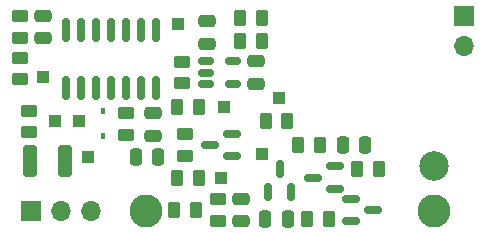
<source format=gbs>
G04 #@! TF.GenerationSoftware,KiCad,Pcbnew,5.99.0-unknown-5a0a2a8366~101~ubuntu20.04.1*
G04 #@! TF.CreationDate,2021-02-21T23:03:29+09:00*
G04 #@! TF.ProjectId,OpenHVPS-5,4f70656e-4856-4505-932d-352e6b696361,V1.1*
G04 #@! TF.SameCoordinates,Original*
G04 #@! TF.FileFunction,Soldermask,Bot*
G04 #@! TF.FilePolarity,Negative*
%FSLAX46Y46*%
G04 Gerber Fmt 4.6, Leading zero omitted, Abs format (unit mm)*
G04 Created by KiCad (PCBNEW 5.99.0-unknown-5a0a2a8366~101~ubuntu20.04.1) date 2021-02-21 23:03:29*
%MOMM*%
%LPD*%
G01*
G04 APERTURE LIST*
G04 Aperture macros list*
%AMRoundRect*
0 Rectangle with rounded corners*
0 $1 Rounding radius*
0 $2 $3 $4 $5 $6 $7 $8 $9 X,Y pos of 4 corners*
0 Add a 4 corners polygon primitive as box body*
4,1,4,$2,$3,$4,$5,$6,$7,$8,$9,$2,$3,0*
0 Add four circle primitives for the rounded corners*
1,1,$1+$1,$2,$3*
1,1,$1+$1,$4,$5*
1,1,$1+$1,$6,$7*
1,1,$1+$1,$8,$9*
0 Add four rect primitives between the rounded corners*
20,1,$1+$1,$2,$3,$4,$5,0*
20,1,$1+$1,$4,$5,$6,$7,0*
20,1,$1+$1,$6,$7,$8,$9,0*
20,1,$1+$1,$8,$9,$2,$3,0*%
G04 Aperture macros list end*
%ADD10R,1.700000X1.700000*%
%ADD11O,1.700000X1.700000*%
%ADD12C,2.500000*%
%ADD13C,2.800000*%
%ADD14R,1.000000X1.000000*%
%ADD15RoundRect,0.250000X-0.262500X-0.450000X0.262500X-0.450000X0.262500X0.450000X-0.262500X0.450000X0*%
%ADD16RoundRect,0.150000X0.587500X0.150000X-0.587500X0.150000X-0.587500X-0.150000X0.587500X-0.150000X0*%
%ADD17RoundRect,0.250000X0.262500X0.450000X-0.262500X0.450000X-0.262500X-0.450000X0.262500X-0.450000X0*%
%ADD18RoundRect,0.250000X-0.250000X-0.475000X0.250000X-0.475000X0.250000X0.475000X-0.250000X0.475000X0*%
%ADD19RoundRect,0.250000X-0.475000X0.250000X-0.475000X-0.250000X0.475000X-0.250000X0.475000X0.250000X0*%
%ADD20RoundRect,0.250000X0.450000X-0.262500X0.450000X0.262500X-0.450000X0.262500X-0.450000X-0.262500X0*%
%ADD21RoundRect,0.250000X-0.450000X0.262500X-0.450000X-0.262500X0.450000X-0.262500X0.450000X0.262500X0*%
%ADD22R,0.450000X0.600000*%
%ADD23RoundRect,0.150000X-0.512500X-0.150000X0.512500X-0.150000X0.512500X0.150000X-0.512500X0.150000X0*%
%ADD24RoundRect,0.150000X-0.587500X-0.150000X0.587500X-0.150000X0.587500X0.150000X-0.587500X0.150000X0*%
%ADD25RoundRect,0.150000X0.150000X-0.587500X0.150000X0.587500X-0.150000X0.587500X-0.150000X-0.587500X0*%
%ADD26RoundRect,0.150000X0.150000X-0.825000X0.150000X0.825000X-0.150000X0.825000X-0.150000X-0.825000X0*%
%ADD27RoundRect,0.250000X0.250000X0.475000X-0.250000X0.475000X-0.250000X-0.475000X0.250000X-0.475000X0*%
%ADD28RoundRect,0.250000X0.475000X-0.250000X0.475000X0.250000X-0.475000X0.250000X-0.475000X-0.250000X0*%
%ADD29RoundRect,0.250000X-0.325000X-1.100000X0.325000X-1.100000X0.325000X1.100000X-0.325000X1.100000X0*%
G04 APERTURE END LIST*
D10*
X165100000Y-59055000D03*
D11*
X165100000Y-61595000D03*
D12*
X162560000Y-71755000D03*
D13*
X162560000Y-75565000D03*
X138176000Y-75565000D03*
D10*
X128500000Y-75565000D03*
D11*
X131040000Y-75565000D03*
X133580000Y-75565000D03*
D14*
X132520000Y-68020000D03*
D15*
X140607500Y-75520000D03*
X142432500Y-75520000D03*
D14*
X149500000Y-66000000D03*
D15*
X140857500Y-72770000D03*
X142682500Y-72770000D03*
D16*
X154207500Y-71820000D03*
X154207500Y-73720000D03*
X152332500Y-72770000D03*
D14*
X140926250Y-59800000D03*
D17*
X148013750Y-61250000D03*
X146188750Y-61250000D03*
D18*
X148320000Y-76270000D03*
X150220000Y-76270000D03*
D19*
X129520000Y-59070000D03*
X129520000Y-60970000D03*
D14*
X133270000Y-71020000D03*
D18*
X154870000Y-70020000D03*
X156770000Y-70020000D03*
D20*
X141520000Y-70932500D03*
X141520000Y-69107500D03*
D21*
X144270000Y-74607500D03*
X144270000Y-76432500D03*
D22*
X134520000Y-67170000D03*
X134520000Y-69270000D03*
D21*
X127520000Y-59107500D03*
X127520000Y-60932500D03*
D23*
X143257500Y-64831250D03*
X143257500Y-63881250D03*
X143257500Y-62931250D03*
X145532500Y-62931250D03*
X145532500Y-64831250D03*
D19*
X146270000Y-74570000D03*
X146270000Y-76470000D03*
D24*
X155582500Y-76470000D03*
X155582500Y-74570000D03*
X157457500Y-75520000D03*
D20*
X141270000Y-64793750D03*
X141270000Y-62968750D03*
D25*
X150470000Y-73957500D03*
X148570000Y-73957500D03*
X149520000Y-72082500D03*
D14*
X129520000Y-64270000D03*
D17*
X148013750Y-59250000D03*
X146188750Y-59250000D03*
D19*
X138770000Y-67320000D03*
X138770000Y-69220000D03*
D15*
X148337500Y-68000000D03*
X150162500Y-68000000D03*
D14*
X144770000Y-66770000D03*
X144520000Y-72770000D03*
X148020000Y-70770000D03*
D26*
X139080000Y-65195000D03*
X137810000Y-65195000D03*
X136540000Y-65195000D03*
X135270000Y-65195000D03*
X134000000Y-65195000D03*
X132730000Y-65195000D03*
X131460000Y-65195000D03*
X131460000Y-60245000D03*
X132730000Y-60245000D03*
X134000000Y-60245000D03*
X135270000Y-60245000D03*
X136540000Y-60245000D03*
X137810000Y-60245000D03*
X139080000Y-60245000D03*
D21*
X128270000Y-67107500D03*
X128270000Y-68932500D03*
D27*
X139220000Y-71020000D03*
X137320000Y-71020000D03*
D28*
X147500000Y-64831250D03*
X147500000Y-62931250D03*
D15*
X140857500Y-66770000D03*
X142682500Y-66770000D03*
D21*
X136520000Y-67307500D03*
X136520000Y-69132500D03*
D15*
X156107500Y-72020000D03*
X157932500Y-72020000D03*
D14*
X130520000Y-68020000D03*
D16*
X145457500Y-69070000D03*
X145457500Y-70970000D03*
X143582500Y-70020000D03*
D17*
X152932500Y-70020000D03*
X151107500Y-70020000D03*
D28*
X143351250Y-61450000D03*
X143351250Y-59550000D03*
D20*
X127520000Y-64432500D03*
X127520000Y-62607500D03*
D29*
X128368000Y-71341500D03*
X131318000Y-71341500D03*
D17*
X153682500Y-76270000D03*
X151857500Y-76270000D03*
M02*

</source>
